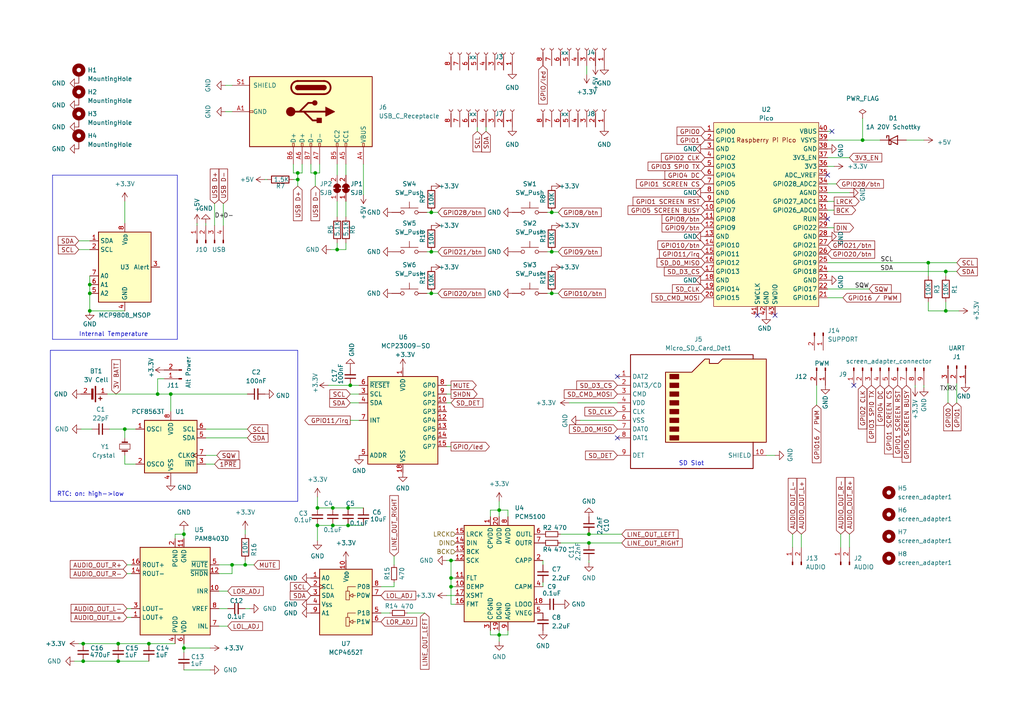
<source format=kicad_sch>
(kicad_sch (version 20231120) (generator "eeschema") (generator_version "8.0")
  (paper "A4")
  (junction (at 97.79 72.39))
  (junction (at 92.075 152.4))
  (junction (at 43.18 186.69))
  (junction (at 26.035 90.17))
  (junction (at 160.02 73.025))
  (junction (at 274.32 78.74))
  (junction (at 53.34 154.94))
  (junction (at 71.12 163.83))
  (junction (at 45.72 114.3))
  (junction (at 26.035 85.09))
  (junction (at 24.13 191.77))
  (junction (at 125.095 85.09))
  (junction (at 91.44 50.165))
  (junction (at 160.02 61.595))
  (junction (at 170.815 157.48))
  (junction (at 34.29 186.69))
  (junction (at 130.81 170.18))
  (junction (at 101.6 111.76))
  (junction (at 125.095 61.595))
  (junction (at 130.81 162.56))
  (junction (at 53.34 187.96))
  (junction (at 49.53 114.3))
  (junction (at 170.815 154.94))
  (junction (at 125.095 73.025))
  (junction (at 144.78 184.15))
  (junction (at 96.52 152.4))
  (junction (at 92.075 147.32))
  (junction (at 86.36 52.07))
  (junction (at 160.02 85.09))
  (junction (at 34.29 191.77))
  (junction (at 100.965 152.4))
  (junction (at 67.31 163.83))
  (junction (at 144.78 147.955))
  (junction (at 274.32 90.17))
  (junction (at 250.19 40.64))
  (junction (at 36.195 124.46))
  (junction (at 269.24 76.2))
  (junction (at 26.035 82.55))
  (junction (at 100.965 147.32))
  (junction (at 86.36 50.165))
  (junction (at 96.52 147.32))
  (junction (at 24.13 186.69))
  (junction (at 130.81 167.64))
  (no_connect (at 241.3 38.1))
  (no_connect (at 179.07 127))
  (no_connect (at 219.71 91.44))
  (no_connect (at 179.07 109.22))
  (no_connect (at 224.79 91.44))
  (no_connect (at 240.03 50.8))
  (no_connect (at 247.65 111.76))
  (no_connect (at 240.03 63.5))
  (wire (pts (xy 165.1 116.84) (xy 179.07 116.84)))
  (wire (pts (xy 130.81 167.64) (xy 130.81 170.18)))
  (wire (pts (xy 86.36 53.975) (xy 86.36 52.07)))
  (wire (pts (xy 92.71 50.165) (xy 92.71 47.625)))
  (wire (pts (xy 64.77 59.055) (xy 64.77 65.405)))
  (wire (pts (xy 60.96 187.96) (xy 53.34 187.96)))
  (wire (pts (xy 162.56 157.48) (xy 170.815 157.48)))
  (polyline (pts (xy 15.24 50.8) (xy 15.24 98.425)))
  (polyline (pts (xy 86.36 101.6) (xy 14.605 101.6)))
  (wire (pts (xy 170.815 162.56) (xy 170.815 163.195)))
  (wire (pts (xy 240.03 83.82) (xy 252.095 83.82)))
  (wire (pts (xy 50.8 154.94) (xy 53.34 154.94)))
  (wire (pts (xy 36.83 176.53) (xy 38.1 176.53)))
  (wire (pts (xy 144.78 184.15) (xy 144.78 182.88)))
  (wire (pts (xy 123.19 177.8) (xy 118.11 177.8)))
  (wire (pts (xy 236.855 117.475) (xy 236.855 111.76)))
  (polyline (pts (xy 14.605 145.415) (xy 86.36 145.415)))
  (wire (pts (xy 246.38 154.94) (xy 246.38 158.75)))
  (wire (pts (xy 240.03 76.2) (xy 269.24 76.2)))
  (wire (pts (xy 67.31 24.765) (xy 65.405 24.765)))
  (wire (pts (xy 232.41 154.94) (xy 232.41 158.75)))
  (wire (pts (xy 36.195 134.62) (xy 39.37 134.62)))
  (wire (pts (xy 67.31 166.37) (xy 67.31 163.83)))
  (wire (pts (xy 262.89 40.64) (xy 267.97 40.64)))
  (wire (pts (xy 59.69 132.08) (xy 62.865 132.08)))
  (wire (pts (xy 105.41 147.32) (xy 100.965 147.32)))
  (wire (pts (xy 36.195 124.46) (xy 36.195 127)))
  (wire (pts (xy 22.86 186.69) (xy 24.13 186.69)))
  (wire (pts (xy 92.075 152.4) (xy 92.075 156.845)))
  (wire (pts (xy 22.86 69.85) (xy 26.035 69.85)))
  (wire (pts (xy 53.34 187.96) (xy 53.34 186.69)))
  (wire (pts (xy 240.03 40.64) (xy 250.19 40.64)))
  (polyline (pts (xy 14.605 101.6) (xy 14.605 145.415)))
  (wire (pts (xy 161.925 73.025) (xy 160.02 73.025)))
  (wire (pts (xy 142.24 182.88) (xy 142.24 184.15)))
  (wire (pts (xy 142.24 184.15) (xy 144.78 184.15)))
  (wire (pts (xy 36.83 179.07) (xy 38.1 179.07)))
  (wire (pts (xy 67.31 32.385) (xy 65.405 32.385)))
  (wire (pts (xy 129.54 172.72) (xy 132.08 172.72)))
  (wire (pts (xy 168.275 121.92) (xy 179.07 121.92)))
  (wire (pts (xy 246.38 55.88) (xy 240.03 55.88)))
  (wire (pts (xy 26.035 80.01) (xy 26.035 82.55)))
  (wire (pts (xy 92.075 152.4) (xy 96.52 152.4)))
  (wire (pts (xy 45.72 114.3) (xy 49.53 114.3)))
  (wire (pts (xy 90.17 47.625) (xy 90.17 50.165)))
  (wire (pts (xy 274.32 90.17) (xy 274.32 87.63)))
  (wire (pts (xy 31.115 114.3) (xy 45.72 114.3)))
  (wire (pts (xy 34.29 186.69) (xy 43.18 186.69)))
  (wire (pts (xy 66.04 181.61) (xy 63.5 181.61)))
  (wire (pts (xy 240.03 78.74) (xy 274.32 78.74)))
  (wire (pts (xy 130.81 170.18) (xy 132.08 170.18)))
  (wire (pts (xy 86.36 52.07) (xy 86.36 50.165)))
  (wire (pts (xy 265.43 112.395) (xy 265.43 111.76)))
  (wire (pts (xy 53.34 154.94) (xy 53.34 156.21)))
  (wire (pts (xy 100.33 47.625) (xy 100.33 50.8)))
  (wire (pts (xy 101.6 121.92) (xy 104.14 121.92)))
  (wire (pts (xy 101.6 114.3) (xy 104.14 114.3)))
  (wire (pts (xy 130.81 116.84) (xy 129.54 116.84)))
  (wire (pts (xy 76.835 52.07) (xy 77.47 52.07)))
  (wire (pts (xy 160.02 85.09) (xy 158.75 85.09)))
  (wire (pts (xy 90.17 50.165) (xy 91.44 50.165)))
  (wire (pts (xy 224.79 132.08) (xy 222.25 132.08)))
  (wire (pts (xy 161.925 85.09) (xy 160.02 85.09)))
  (wire (pts (xy 142.24 149.86) (xy 142.24 147.955)))
  (wire (pts (xy 49.53 114.3) (xy 49.53 119.38)))
  (wire (pts (xy 144.78 186.055) (xy 144.78 184.15)))
  (wire (pts (xy 147.32 147.955) (xy 144.78 147.955)))
  (wire (pts (xy 129.54 162.56) (xy 130.81 162.56)))
  (wire (pts (xy 72.39 176.53) (xy 71.12 176.53)))
  (wire (pts (xy 36.195 132.08) (xy 36.195 134.62)))
  (wire (pts (xy 144.78 145.415) (xy 144.78 147.955)))
  (wire (pts (xy 170.815 154.94) (xy 180.34 154.94)))
  (wire (pts (xy 97.79 47.625) (xy 97.79 50.8)))
  (wire (pts (xy 157.48 162.56) (xy 157.48 163.83)))
  (wire (pts (xy 91.44 53.975) (xy 91.44 50.165)))
  (wire (pts (xy 63.5 166.37) (xy 67.31 166.37)))
  (wire (pts (xy 45.72 109.855) (xy 45.72 114.3)))
  (wire (pts (xy 24.13 191.77) (xy 34.29 191.77)))
  (wire (pts (xy 86.36 50.165) (xy 87.63 50.165)))
  (wire (pts (xy 138.43 38.1) (xy 138.43 36.83)))
  (wire (pts (xy 147.32 184.15) (xy 144.78 184.15)))
  (wire (pts (xy 66.04 176.53) (xy 63.5 176.53)))
  (wire (pts (xy 123.825 85.09) (xy 125.095 85.09)))
  (wire (pts (xy 101.6 116.84) (xy 104.14 116.84)))
  (wire (pts (xy 160.02 61.595) (xy 158.75 61.595)))
  (wire (pts (xy 140.97 38.1) (xy 140.97 36.83)))
  (wire (pts (xy 34.29 191.77) (xy 43.18 191.77)))
  (wire (pts (xy 43.18 186.69) (xy 50.8 186.69)))
  (wire (pts (xy 269.24 80.01) (xy 269.24 76.2)))
  (wire (pts (xy 123.825 73.025) (xy 125.095 73.025)))
  (wire (pts (xy 246.38 45.72) (xy 240.03 45.72)))
  (wire (pts (xy 130.81 162.56) (xy 132.08 162.56)))
  (wire (pts (xy 91.44 50.165) (xy 92.71 50.165)))
  (wire (pts (xy 241.935 48.26) (xy 240.03 48.26)))
  (wire (pts (xy 130.81 175.26) (xy 132.08 175.26)))
  (wire (pts (xy 240.03 38.1) (xy 241.3 38.1)))
  (wire (pts (xy 100.33 58.42) (xy 100.33 62.865)))
  (wire (pts (xy 92.075 147.32) (xy 96.52 147.32)))
  (wire (pts (xy 162.56 154.94) (xy 170.815 154.94)))
  (wire (pts (xy 53.34 189.23) (xy 53.34 187.96)))
  (wire (pts (xy 274.32 80.01) (xy 274.32 78.74)))
  (wire (pts (xy 130.81 129.54) (xy 129.54 129.54)))
  (wire (pts (xy 36.83 163.83) (xy 38.1 163.83)))
  (wire (pts (xy 50.8 156.21) (xy 50.8 154.94)))
  (wire (pts (xy 267.97 112.395) (xy 267.97 111.76)))
  (wire (pts (xy 244.475 86.36) (xy 240.03 86.36)))
  (wire (pts (xy 105.41 47.625) (xy 105.41 56.515)))
  (wire (pts (xy 26.035 90.17) (xy 36.195 90.17)))
  (wire (pts (xy 39.37 124.46) (xy 36.195 124.46)))
  (polyline (pts (xy 51.435 50.8) (xy 15.24 50.8)))
  (wire (pts (xy 62.23 65.405) (xy 62.23 59.055)))
  (wire (pts (xy 114.3 161.29) (xy 114.3 163.83)))
  (wire (pts (xy 250.19 34.29) (xy 250.19 40.64)))
  (wire (pts (xy 269.24 87.63) (xy 269.24 90.17)))
  (wire (pts (xy 277.495 78.74) (xy 274.32 78.74)))
  (wire (pts (xy 113.03 177.8) (xy 110.49 177.8)))
  (wire (pts (xy 130.81 162.56) (xy 130.81 167.64)))
  (wire (pts (xy 278.13 90.17) (xy 274.32 90.17)))
  (wire (pts (xy 277.495 116.84) (xy 277.495 111.125)))
  (wire (pts (xy 130.81 167.64) (xy 132.08 167.64)))
  (wire (pts (xy 36.83 166.37) (xy 38.1 166.37)))
  (wire (pts (xy 49.53 114.3) (xy 71.755 114.3)))
  (wire (pts (xy 170.18 21.59) (xy 170.18 19.05)))
  (wire (pts (xy 59.69 124.46) (xy 71.755 124.46)))
  (wire (pts (xy 67.31 163.83) (xy 71.12 163.83)))
  (wire (pts (xy 85.09 47.625) (xy 85.09 50.165)))
  (wire (pts (xy 144.78 147.955) (xy 144.78 149.86)))
  (wire (pts (xy 130.81 170.18) (xy 130.81 175.26)))
  (wire (pts (xy 229.87 154.94) (xy 229.87 158.75)))
  (wire (pts (xy 97.79 58.42) (xy 97.79 62.865)))
  (wire (pts (xy 130.81 114.3) (xy 129.54 114.3)))
  (wire (pts (xy 62.23 134.62) (xy 59.69 134.62)))
  (wire (pts (xy 92.075 144.145) (xy 92.075 147.32)))
  (wire (pts (xy 45.72 109.855) (xy 47.625 109.855)))
  (wire (pts (xy 100.33 70.485) (xy 100.33 72.39)))
  (wire (pts (xy 277.495 76.2) (xy 269.24 76.2)))
  (wire (pts (xy 170.815 157.48) (xy 180.34 157.48)))
  (wire (pts (xy 57.15 65.405) (xy 57.15 64.77)))
  (wire (pts (xy 96.52 152.4) (xy 100.965 152.4)))
  (wire (pts (xy 241.935 66.04) (xy 240.03 66.04)))
  (wire (pts (xy 241.935 58.42) (xy 240.03 58.42)))
  (wire (pts (xy 147.32 149.86) (xy 147.32 147.955)))
  (wire (pts (xy 87.63 50.165) (xy 87.63 47.625)))
  (polyline (pts (xy 51.435 98.425) (xy 51.435 50.8)))
  (wire (pts (xy 24.13 186.69) (xy 34.29 186.69)))
  (wire (pts (xy 100.33 72.39) (xy 97.79 72.39)))
  (wire (pts (xy 53.34 153.67) (xy 53.34 154.94)))
  (wire (pts (xy 250.19 40.64) (xy 255.27 40.64)))
  (wire (pts (xy 274.32 90.17) (xy 269.24 90.17)))
  (wire (pts (xy 71.12 163.83) (xy 73.66 163.83)))
  (wire (pts (xy 26.035 85.09) (xy 26.035 90.17)))
  (wire (pts (xy 71.12 162.56) (xy 71.12 163.83)))
  (wire (pts (xy 66.04 171.45) (xy 63.5 171.45)))
  (wire (pts (xy 125.095 61.595) (xy 127 61.595)))
  (wire (pts (xy 22.86 72.39) (xy 26.035 72.39)))
  (polyline (pts (xy 86.36 145.415) (xy 86.36 101.6)))
  (wire (pts (xy 114.3 170.18) (xy 110.49 170.18)))
  (wire (pts (xy 114.3 168.91) (xy 114.3 170.18)))
  (wire (pts (xy 71.12 153.67) (xy 71.12 154.94)))
  (wire (pts (xy 125.095 85.09) (xy 127 85.09)))
  (wire (pts (xy 142.24 147.955) (xy 144.78 147.955)))
  (wire (pts (xy 97.79 70.485) (xy 97.79 72.39)))
  (wire (pts (xy 157.48 168.91) (xy 157.48 170.18)))
  (wire (pts (xy 95.25 111.76) (xy 101.6 111.76)))
  (wire (pts (xy 160.02 73.025) (xy 158.75 73.025)))
  (wire (pts (xy 60.96 194.31) (xy 53.34 194.31)))
  (wire (pts (xy 101.6 111.76) (xy 104.14 111.76)))
  (wire (pts (xy 31.75 124.46) (xy 36.195 124.46)))
  (wire (pts (xy 26.035 82.55) (xy 26.035 85.09)))
  (wire (pts (xy 123.825 61.595) (xy 125.095 61.595)))
  (wire (pts (xy 85.09 50.165) (xy 86.36 50.165)))
  (wire (pts (xy 241.935 60.96) (xy 240.03 60.96)))
  (wire (pts (xy 63.5 163.83) (xy 67.31 163.83)))
  (wire (pts (xy 95.885 72.39) (xy 97.79 72.39)))
  (wire (pts (xy 96.52 147.32) (xy 100.965 147.32)))
  (wire (pts (xy 243.84 154.94) (xy 243.84 158.75)))
  (wire (pts (xy 21.59 191.77) (xy 24.13 191.77)))
  (wire (pts (xy 36.195 58.42) (xy 36.195 64.77)))
  (wire (pts (xy 274.955 116.84) (xy 274.955 111.125)))
  (polyline (pts (xy 15.24 98.425) (xy 51.435 98.425)))
  (wire (pts (xy 59.69 65.405) (xy 59.69 64.77)))
  (wire (pts (xy 130.81 111.76) (xy 129.54 111.76)))
  (wire (pts (xy 100.965 152.4) (xy 105.41 152.4)))
  (wire (pts (xy 147.32 182.88) (xy 147.32 184.15)))
  (wire (pts (xy 125.095 73.025) (xy 127 73.025)))
  (wire (pts (xy 59.69 127) (xy 71.755 127)))
  (wire (pts (xy 23.495 124.46) (xy 26.67 124.46)))
  (wire (pts (xy 242.57 53.34) (xy 240.03 53.34)))
  (wire (pts (xy 161.925 61.595) (xy 160.02 61.595)))
  (wire (pts (xy 85.09 52.07) (xy 86.36 52.07)))
  (text "SD Slot" (at 196.85 135.255 0) (effects (font (size 1.27 1.27)) (justify left bottom)))
  (text "Internal Temperature" (at 22.86 97.79 0) (effects (font (size 1.27 1.27)) (justify left bottom)))
  (text "RTC: on: high->low" (at 16.51 144.145 0) (effects (font (size 1.27 1.27)) (justify left bottom)))
  (label "SQW" (at 252.095 83.82 180))
  (label "D-" (at 64.77 63.5 0))
  (label "D+" (at 62.23 63.5 0))
  (label "RX" (at 277.495 113.665 180))
  (label "SCL" (at 259.08 76.2 180))
  (label "SDA" (at 259.08 78.74 180))
  (label "TX" (at 274.955 113.665 180))
  (global_label "GPIO3 SPI0 TX" (shape input) (at 252.73 111.76 270) (property "Intersheetrefs" "${INTERSHEET_REFS}" (effects (hide yes))))
  (global_label "GPIO1 SCREEN RST" (shape input) (at 204.47 58.42 180) (property "Intersheetrefs" "${INTERSHEET_REFS}" (effects (hide yes))))
  (global_label "SD_DET" (shape input) (at 130.81 116.84 0) (property "Intersheetrefs" "${INTERSHEET_REFS}" (effects (hide yes))))
  (global_label "GPIO{slash}led" (shape output) (at 130.81 129.54 0) (property "Intersheetrefs" "${INTERSHEET_REFS}" (effects (hide yes))))
  (global_label "GPIO1 SCREEN RST" (shape input) (at 260.35 111.76 270) (property "Intersheetrefs" "${INTERSHEET_REFS}" (effects (hide yes))))
  (global_label "LINE_OUT_RIGHT" (shape input) (at 180.34 157.48 0) (property "Intersheetrefs" "${INTERSHEET_REFS}" (effects (hide yes))))
  (global_label "GPIO2 CLK" (shape input) (at 250.19 111.76 270) (property "Intersheetrefs" "${INTERSHEET_REFS}" (effects (hide yes))))
  (global_label "1~{PRE}" (shape input) (at 62.23 134.62 0) (property "Intersheetrefs" "${INTERSHEET_REFS}" (effects (hide yes))))
  (global_label "AUDIO_OUT_L-" (shape input) (at 36.83 176.53 180) (property "Intersheetrefs" "${INTERSHEET_REFS}" (effects (hide yes))))
  (global_label "SDA" (shape input) (at 90.17 172.72 180) (property "Intersheetrefs" "${INTERSHEET_REFS}" (effects (hide yes))))
  (global_label "SCL" (shape input) (at 277.495 76.2 0) (property "Intersheetrefs" "${INTERSHEET_REFS}" (effects (hide yes))))
  (global_label "SD_D3_CS" (shape input) (at 179.07 111.76 180) (property "Intersheetrefs" "${INTERSHEET_REFS}" (effects (hide yes))))
  (global_label "SD_DET" (shape input) (at 179.07 132.08 180) (property "Intersheetrefs" "${INTERSHEET_REFS}" (effects (hide yes))))
  (global_label "GPIO{slash}led" (shape input) (at 157.48 19.05 270) (property "Intersheetrefs" "${INTERSHEET_REFS}" (effects (hide yes))))
  (global_label "GPIO4 DC" (shape input) (at 204.47 50.8 180) (property "Intersheetrefs" "${INTERSHEET_REFS}" (effects (hide yes))))
  (global_label "GPIO0" (shape input) (at 204.47 38.1 180) (property "Intersheetrefs" "${INTERSHEET_REFS}" (effects (hide yes))))
  (global_label "LRCK" (shape output) (at 241.935 58.42 0) (property "Intersheetrefs" "${INTERSHEET_REFS}" (effects (hide yes))))
  (global_label "GPIO1" (shape input) (at 204.47 40.64 180) (property "Intersheetrefs" "${INTERSHEET_REFS}" (effects (hide yes))))
  (global_label "3V BATT" (shape input) (at 33.655 114.3 90) (property "Intersheetrefs" "${INTERSHEET_REFS}" (effects (hide yes))))
  (global_label "USB D+" (shape input) (at 62.23 59.055 90) (property "Intersheetrefs" "${INTERSHEET_REFS}" (effects (hide yes))))
  (global_label "GPIO20{slash}btn" (shape input) (at 240.03 73.66 0) (property "Intersheetrefs" "${INTERSHEET_REFS}" (effects (hide yes))))
  (global_label "SDA" (shape input) (at 22.86 69.85 180) (property "Intersheetrefs" "${INTERSHEET_REFS}" (effects (hide yes))))
  (global_label "LINE_OUT_LEFT" (shape input) (at 180.34 154.94 0) (property "Intersheetrefs" "${INTERSHEET_REFS}" (effects (hide yes))))
  (global_label "GPIO1 SCREEN CS" (shape input) (at 257.81 111.76 270) (property "Intersheetrefs" "${INTERSHEET_REFS}" (effects (hide yes))))
  (global_label "AUDIO_OUT_R-" (shape input) (at 36.83 166.37 180) (property "Intersheetrefs" "${INTERSHEET_REFS}" (effects (hide yes))))
  (global_label "GPIO4 DC" (shape input) (at 255.27 111.76 270) (property "Intersheetrefs" "${INTERSHEET_REFS}" (effects (hide yes))))
  (global_label "GPIO28{slash}btn" (shape input) (at 242.57 53.34 0) (property "Intersheetrefs" "${INTERSHEET_REFS}" (effects (hide yes))))
  (global_label "3V3_EN" (shape input) (at 246.38 45.72 0) (property "Intersheetrefs" "${INTERSHEET_REFS}" (effects (hide yes))))
  (global_label "GPIO10{slash}btn" (shape input) (at 161.925 85.09 0) (property "Intersheetrefs" "${INTERSHEET_REFS}" (effects (hide yes))))
  (global_label "SD_CLK" (shape input) (at 204.47 83.82 180) (property "Intersheetrefs" "${INTERSHEET_REFS}" (effects (hide yes))))
  (global_label "GPIO1 SCREEN CS" (shape input) (at 204.47 53.34 180) (property "Intersheetrefs" "${INTERSHEET_REFS}" (effects (hide yes))))
  (global_label "SCL" (shape input) (at 22.86 72.39 180) (property "Intersheetrefs" "${INTERSHEET_REFS}" (effects (hide yes))))
  (global_label "USB D+" (shape input) (at 86.36 53.975 270) (property "Intersheetrefs" "${INTERSHEET_REFS}" (effects (hide yes))))
  (global_label "USB D-" (shape input) (at 64.77 59.055 90) (property "Intersheetrefs" "${INTERSHEET_REFS}" (effects (hide yes))))
  (global_label "SD_D3_CS" (shape input) (at 204.47 78.74 180) (property "Intersheetrefs" "${INTERSHEET_REFS}" (effects (hide yes))))
  (global_label "SD_D0_MISO" (shape input) (at 179.07 124.46 180) (property "Intersheetrefs" "${INTERSHEET_REFS}" (effects (hide yes))))
  (global_label "SDA" (shape input) (at 140.97 38.1 270) (property "Intersheetrefs" "${INTERSHEET_REFS}" (effects (hide yes))))
  (global_label "AUDIO_OUT_R-" (shape input) (at 243.84 154.94 90) (property "Intersheetrefs" "${INTERSHEET_REFS}" (effects (hide yes))))
  (global_label "SD_CLK" (shape input) (at 179.07 119.38 180) (property "Intersheetrefs" "${INTERSHEET_REFS}" (effects (hide yes))))
  (global_label "SCL" (shape input) (at 71.755 124.46 0) (property "Intersheetrefs" "${INTERSHEET_REFS}" (effects (hide yes))))
  (global_label "MUTE" (shape input) (at 73.66 163.83 0) (property "Intersheetrefs" "${INTERSHEET_REFS}" (effects (hide yes))))
  (global_label "LINE_OUT_LEFT" (shape input) (at 123.19 177.8 270) (property "Intersheetrefs" "${INTERSHEET_REFS}" (effects (hide yes))))
  (global_label "SQW" (shape input) (at 62.865 132.08 0) (property "Intersheetrefs" "${INTERSHEET_REFS}" (effects (hide yes))))
  (global_label "GPIO8{slash}btn" (shape input) (at 161.925 61.595 0) (property "Intersheetrefs" "${INTERSHEET_REFS}" (effects (hide yes))))
  (global_label "SQW" (shape input) (at 252.095 83.82 0) (property "Intersheetrefs" "${INTERSHEET_REFS}" (effects (hide yes))))
  (global_label "GPIO9{slash}btn" (shape input) (at 204.47 66.04 180) (property "Intersheetrefs" "${INTERSHEET_REFS}" (effects (hide yes))))
  (global_label "GPIO1" (shape input) (at 277.495 116.84 270) (property "Intersheetrefs" "${INTERSHEET_REFS}" (effects (hide yes))))
  (global_label "LOR_ADJ" (shape input) (at 110.49 180.34 0) (property "Intersheetrefs" "${INTERSHEET_REFS}" (effects (hide yes))))
  (global_label "GPIO11{slash}irq" (shape output) (at 101.6 121.92 180) (property "Intersheetrefs" "${INTERSHEET_REFS}" (effects (hide yes))))
  (global_label "BCK" (shape output) (at 241.935 60.96 0) (property "Intersheetrefs" "${INTERSHEET_REFS}" (effects (hide yes))))
  (global_label "LINE_OUT_RIGHT" (shape input) (at 114.3 161.29 90) (property "Intersheetrefs" "${INTERSHEET_REFS}" (effects (hide yes))))
  (global_label "LOL_ADJ" (shape input) (at 66.04 181.61 0) (property "Intersheetrefs" "${INTERSHEET_REFS}" (effects (hide yes))))
  (global_label "AUDIO_OUT_L-" (shape input) (at 229.87 154.94 90) (property "Intersheetrefs" "${INTERSHEET_REFS}" (effects (hide yes))))
  (global_label "DIN" (shape output) (at 241.935 66.04 0) (property "Intersheetrefs" "${INTERSHEET_REFS}" (effects (hide yes))))
  (global_label "GPIO9{slash}btn" (shape input) (at 161.925 73.025 0) (property "Intersheetrefs" "${INTERSHEET_REFS}" (effects (hide yes))))
  (global_label "GPIO28{slash}btn" (shape input) (at 127 61.595 0) (property "Intersheetrefs" "${INTERSHEET_REFS}" (effects (hide yes))))
  (global_label "SDA" (shape input) (at 71.755 127 0) (property "Intersheetrefs" "${INTERSHEET_REFS}" (effects (hide yes))))
  (global_label "GPIO3 SPI0 TX" (shape input) (at 204.47 48.26 180) (property "Intersheetrefs" "${INTERSHEET_REFS}" (effects (hide yes))))
  (global_label "GPIO5 SCREEN BUSY" (shape input) (at 262.89 111.76 270) (property "Intersheetrefs" "${INTERSHEET_REFS}" (effects (hide yes))))
  (global_label "GPIO8{slash}btn" (shape input) (at 204.47 63.5 180) (property "Intersheetrefs" "${INTERSHEET_REFS}" (effects (hide yes))))
  (global_label "AUDIO_OUT_R+" (shape input) (at 36.83 163.83 180) (property "Intersheetrefs" "${INTERSHEET_REFS}" (effects (hide yes))))
  (global_label "LOL_ADJ" (shape input) (at 110.49 172.72 0) (property "Intersheetrefs" "${INTERSHEET_REFS}" (effects (hide yes))))
  (global_label "GPIO2 CLK" (shape input) (at 204.47 45.72 180) (property "Intersheetrefs" "${INTERSHEET_REFS}" (effects (hide yes))))
  (global_label "GPIO21{slash}btn" (shape input) (at 240.03 71.12 0) (property "Intersheetrefs" "${INTERSHEET_REFS}" (effects (hide yes))))
  (global_label "AUDIO_OUT_R+" (shape input) (at 246.38 154.94 90) (property "Intersheetrefs" "${INTERSHEET_REFS}" (effects (hide yes))))
  (global_label "GPIO5 SCREEN BUSY" (shape input) (at 204.47 60.96 180) (property "Intersheetrefs" "${INTERSHEET_REFS}" (effects (hide yes))))
  (global_label "SCL" (shape input) (at 90.17 170.18 180) (property "Intersheetrefs" "${INTERSHEET_REFS}" (effects (hide yes))))
  (global_label "SD_CMD_MOSI" (shape input) (at 179.07 114.3 180) (property "Intersheetrefs" "${INTERSHEET_REFS}" (effects (hide yes))))
  (global_label "MUTE" (shape output) (at 130.81 111.76 0) (property "Intersheetrefs" "${INTERSHEET_REFS}" (effects (hide yes))))
  (global_label "GPIO0" (shape input) (at 274.955 116.84 270) (property "Intersheetrefs" "${INTERSHEET_REFS}" (effects (hide yes))))
  (global_label "LOR_ADJ" (shape input) (at 66.04 171.45 0) (property "Intersheetrefs" "${INTERSHEET_REFS}" (effects (hide yes))))
  (global_label "GPIO11{slash}irq" (shape input) (at 204.47 73.66 180) (property "Intersheetrefs" "${INTERSHEET_REFS}" (effects (hide yes))))
  (global_label "SDA" (shape input) (at 101.6 116.84 180) (property "Intersheetrefs" "${INTERSHEET_REFS}" (effects (hide yes))))
  (global_label "SCL" (shape input) (at 101.6 114.3 180) (property "Intersheetrefs" "${INTERSHEET_REFS}" (effects (hide yes))))
  (global_label "USB D-" (shape input) (at 91.44 53.975 270) (property "Intersheetrefs" "${INTERSHEET_REFS}" (effects (hide yes))))
  (global_label "SD_CMD_MOSI" (shape input) (at 204.47 86.36 180) (property "Intersheetrefs" "${INTERSHEET_REFS}" (effects (hide yes))))
  (global_label "SD_D0_MISO" (shape input) (at 204.47 76.2 180) (property "Intersheetrefs" "${INTERSHEET_REFS}" (effects (hide yes))))
  (global_label "GPIO21{slash}btn" (shape input) (at 127 73.025 0) (property "Intersheetrefs" "${INTERSHEET_REFS}" (effects (hide yes))))
  (global_label "GPIO16 {slash} PWM" (shape input) (at 236.855 117.475 270) (property "Intersheetrefs" "${INTERSHEET_REFS}" (effects (hide yes))))
  (global_label "GPIO16 {slash} PWM" (shape input) (at 244.475 86.36 0) (property "Intersheetrefs" "${INTERSHEET_REFS}" (effects (hide yes))))
  (global_label "GPIO20{slash}btn" (shape input) (at 127 85.09 0) (property "Intersheetrefs" "${INTERSHEET_REFS}" (effects (hide yes))))
  (global_label "SHDN" (shape output) (at 130.81 114.3 0) (property "Intersheetrefs" "${INTERSHEET_REFS}" (effects (hide yes))))
  (global_label "AUDIO_OUT_L+" (shape input) (at 232.41 154.94 90) (property "Intersheetrefs" "${INTERSHEET_REFS}" (effects (hide yes))))
  (global_label "GPIO10{slash}btn" (shape input) (at 204.47 71.12 180) (property "Intersheetrefs" "${INTERSHEET_REFS}" (effects (hide yes))))
  (global_label "AUDIO_OUT_L+" (shape input) (at 36.83 179.07 180) (property "Intersheetrefs" "${INTERSHEET_REFS}" (effects (hide yes))))
  (global_label "SDA" (shape input) (at 277.495 78.74 0) (property "Intersheetrefs" "${INTERSHEET_REFS}" (effects (hide yes))))
  (global_label "SCL" (shape input) (at 138.43 38.1 270) (property "Intersheetrefs" "${INTERSHEET_REFS}" (effects (hide yes))))
  (hierarchical_label "LRCK" (shape input) (at 132.08 154.94 180))
  (hierarchical_label "DIN" (shape input) (at 132.08 157.48 180))
  (hierarchical_label "BCK" (shape input) (at 132.08 160.02 180))
  (symbol (lib_id "Device:Battery_Cell") (at 26.035 114.3 270) (unit 1)
    (property "Reference" "BT1" (at 27.8765 107.6325 90))
    (property "Value" "3V Cell" (at 27.8765 110.1725 90))
    (property "Footprint" "cell:MPD_BC501SM-TR" (effects (hide yes)))
  )
  (symbol (lib_id "Device:R") (at 160.02 57.785 0) (unit 1)
    (property "Reference" "R8" (at 157.48 59.055 90) (effects (justify left)))
    (property "Value" "10K" (at 160.02 59.69 90) (effects (justify left)))
    (property "Footprint" "Resistor_SMD:R_0603_1608Metric" (effects (hide yes)))
    (property "LCSC" "C25744" (effects (hide yes)))
  )
  (symbol (lib_id "power:+3.3V") (at 116.84 106.68 0) (unit 1)
    (property "Reference" "#PWR076" (effects (hide yes)))
    (property "Value" "+3.3V" (at 117.475 102.87 0))
  )
  (symbol (lib_id "Device:C_Small") (at 53.34 191.77 0) (unit 1)
    (property "Reference" "C13" (at 55.372 190.5 0) (effects (justify left)))
    (property "Value" "1uF" (at 55.245 192.4939 0) (effects (justify left)))
    (property "Footprint" "Capacitor_SMD:C_0603_1608Metric" (effects (hide yes)))
  )
  (symbol (lib_id "power:GND") (at 76.835 114.3 90) (unit 1)
    (property "Reference" "#PWR05" (effects (hide yes)))
    (property "Value" "GND" (at 80.01 114.7338 90) (effects (justify right)))
  )
  (symbol (lib_id "power:GND") (at 60.96 194.31 90) (unit 1)
    (property "Reference" "#PWR073" (effects (hide yes)))
    (property "Value" "GND" (at 64.77 194.3099 90) (effects (justify right)))
  )
  (symbol (lib_id "power:GND") (at 144.78 186.055 0) (unit 1)
    (property "Reference" "#PWR037" (effects (hide yes)))
    (property "Value" "GND" (at 144.78 190.5 0))
  )
  (symbol (lib_id "Connector:Conn_01x08_Socket") (at 167.64 31.75 270) (mirror x) (unit 1)
    (property "Reference" "J8" (at 171.45 33.02 90))
    (property "Value" "xx" (at 163.83 33.02 90))
    (property "Footprint" "Connector_PinSocket_2.54mm:PinSocket_1x08_P2.54mm_Vertical" (effects (hide yes)))
  )
  (symbol (lib_id "power:+3.3V") (at 92.075 144.145 0) (unit 1)
    (property "Reference" "#PWR054" (effects (hide yes)))
    (property "Value" "+3.3V" (at 92.075 139.065 0))
  )
  (symbol (lib_id "power:+3.3V") (at 265.43 112.395 180) (unit 1)
    (property "Reference" "#PWR01" (effects (hide yes)))
    (property "Value" "+3.3V" (at 265.43 118.745 90))
  )
  (symbol (lib_id "Device:C_Small") (at 34.29 189.23 0) (unit 1)
    (property "Reference" "C15" (at 36.322 187.96 0) (effects (justify left)))
    (property "Value" "1uF" (at 36.195 189.9539 0) (effects (justify left)))
    (property "Footprint" "Capacitor_SMD:C_0603_1608Metric" (effects (hide yes)))
  )
  (symbol (lib_id "power:GND") (at 204.47 68.58 270) (unit 1)
    (property "Reference" "#PWR08" (effects (hide yes)))
    (property "Value" "GND" (at 198.12 68.58 90) (effects (justify left)))
  )
  (symbol (lib_id "power:GND") (at 22.86 36.83 270) (unit 1)
    (property "Reference" "#PWR066" (effects (hide yes)))
    (property "Value" "GND" (at 19.05 36.83 90) (effects (justify right)))
  )
  (symbol (lib_id "power:+3.3V") (at 47.625 107.315 90) (unit 1)
    (property "Reference" "#PWR03" (effects (hide yes)))
    (property "Value" "+3.3V" (at 43.815 106.68 0))
  )
  (symbol (lib_id "power:+3.3V") (at 170.18 21.59 180) (unit 1)
    (property "Reference" "#PWR048" (effects (hide yes)))
    (property "Value" "+3.3V" (at 170.18 26.67 0))
  )
  (symbol (lib_id "power:+3.3V") (at 160.02 77.47 270) (unit 1)
    (property "Reference" "#PWR063" (effects (hide yes)))
    (property "Value" "+3.3V" (at 165.1 77.47 90))
  )
  (symbol (lib_id "Mechanical:MountingHole") (at 257.81 155.575 0) (unit 1)
    (property "Reference" "H7" (at 260.35 154.305 0) (effects (justify left)))
    (property "Value" "screen_adapter1" (at 260.35 156.845 0) (effects (justify left)))
    (property "Footprint" "MountingHole:MountingHole_3mm" (effects (hide yes)))
  )
  (symbol (lib_id "Device:C_Small") (at 170.815 160.02 180) (unit 1)
    (property "Reference" "C11" (at 165.735 160.02 90))
    (property "Value" "2.2nF" (at 167.64 160.02 90))
    (property "Footprint" "Capacitor_SMD:C_0603_1608Metric" (effects (hide yes)))
  )
  (symbol (lib_id "Connector:Conn_01x02_Pin") (at 238.76 96.52 270) (unit 1)
    (property "Reference" "J14" (at 240.03 95.8849 90) (effects (justify left)))
    (property "Value" "SUPPORT" (at 240.03 98.4249 90) (effects (justify left)))
    (property "Footprint" "Connector_PinHeader_2.54mm:PinHeader_1x02_P2.54mm_Vertical" (effects (hide yes)))
    (property "Description" "Generic connector, single row, 01x02, script generated" (effects (hide yes)))
  )
  (symbol (lib_id "power:+5V") (at 57.15 64.77 0) (unit 1)
    (property "Reference" "#PWR056" (effects (hide yes)))
    (property "Value" "+5V" (at 57.15 61.595 90) (effects (justify left)))
  )
  (symbol (lib_id "power:+5V") (at 267.97 40.64 270) (unit 1)
    (property "Reference" "#PWR017" (effects (hide yes)))
    (property "Value" "+5V" (at 271.78 41.275 90) (effects (justify left)))
  )
  (symbol (lib_id "Connector:Micro_SD_Card_Det1") (at 201.93 119.38 0) (unit 1)
    (property "Reference" "J5" (at 202.565 98.425 0))
    (property "Value" "Micro_SD_Card_Det1" (at 202.565 100.965 0))
    (property "Footprint" "Connector_Card:microSD_HC_Hirose_DM3AT-SF-PEJM5" (effects (hide yes)))
    (property "Datasheet" "https://datasheet.lcsc.com/lcsc/2110151630_XKB-Connectivity-XKTF-015-N_C381082.pdf" (effects (hide yes)))
  )
  (symbol (lib_id "power:+3.3V") (at 160.02 65.405 270) (unit 1)
    (property "Reference" "#PWR064" (effects (hide yes)))
    (property "Value" "+3.3V" (at 165.1 65.405 90))
  )
  (symbol (lib_id "Device:C_Small") (at 170.815 152.4 0) (unit 1)
    (property "Reference" "C10" (at 175.895 152.4 90))
    (property "Value" "2.2nF" (at 173.99 152.4 90))
    (property "Footprint" "Capacitor_SMD:C_0603_1608Metric" (effects (hide yes)))
  )
  (symbol (lib_id "power:GND") (at 239.395 111.76 0) (unit 1)
    (property "Reference" "#PWR072" (effects (hide yes)))
    (property "Value" "GND" (at 239.395 118.745 90) (effects (justify left)))
  )
  (symbol (lib_id "Device:C_Small") (at 92.075 149.86 180) (unit 1)
    (property "Reference" "C3" (at 87.9475 148.9075 0))
    (property "Value" "0.1uF" (at 87.9475 150.8125 0))
    (property "Footprint" "Capacitor_SMD:C_0603_1608Metric" (effects (hide yes)))
  )
  (symbol (lib_id "power:GND") (at 204.47 43.18 270) (unit 1)
    (property "Reference" "#PWR06" (effects (hide yes)))
    (property "Value" "GND" (at 198.12 43.18 90) (effects (justify left)))
  )
  (symbol (lib_id "Device:C_Small") (at 24.13 189.23 0) (unit 1)
    (property "Reference" "C16" (at 26.162 187.96 0) (effects (justify left)))
    (property "Value" "470uF" (at 26.035 189.9539 0) (effects (justify left)))
    (property "Footprint" "Capacitor_SMD:C_0603_1608Metric" (effects (hide yes)))
  )
  (symbol (lib_id "power:GND") (at 148.59 73.025 270) (unit 1)
    (property "Reference" "#PWR051" (effects (hide yes)))
    (property "Value" "GND" (at 145.415 73.025 90) (effects (justify right)))
  )
  (symbol (lib_id "Device:R") (at 71.12 158.75 180) (unit 1)
    (property "Reference" "R16" (at 73.66 157.48 90) (effects (justify left)))
    (property "Value" "10K" (at 71.12 156.845 90) (effects (justify left)))
    (property "Footprint" "Resistor_SMD:R_0603_1608Metric" (effects (hide yes)))
    (property "LCSC" "C25744" (effects (hide yes)))
  )
  (symbol (lib_id "power:+3.3V") (at 60.96 187.96 270) (unit 1)
    (property "Reference" "#PWR039" (effects (hide yes)))
    (property "Value" "+3.3V" (at 64.77 187.9599 90) (effects (justify left)))
  )
  (symbol (lib_id "power:GND") (at 104.14 132.08 0) (unit 1)
    (property "Reference" "#PWR075" (effects (hide yes)))
    (property "Value" "GND" (at 104.14 136.5234 0))
  )
  (symbol (lib_id "power:GND") (at 49.53 139.7 0) (unit 1)
    (property "Reference" "#PWR04" (effects (hide yes)))
    (property "Value" "GND" (at 51.435 141.4038 0) (effects (justify left)))
  )
  (symbol (lib_id "Sensor_Temperature:MCP9808_MSOP") (at 36.195 77.47 0) (unit 1)
    (property "Reference" "U3" (at 36.195 77.47 0))
    (property "Value" "MCP9808_MSOP" (at 36.195 91.44 0))
    (property "Footprint" "Package_SO:MSOP-8_3x3mm_P0.65mm" (effects (hide yes)))
    (property "Datasheet" "http://ww1.microchip.com/downloads/en/DeviceDoc/22203b.pdf" (effects (hide yes)))
    (property "LCSC" "C129490" (effects (hide yes)))
  )
  (symbol (lib_id "Device:C_Small") (at 101.6 109.22 180) (unit 1)
    (property "Reference" "C17" (at 97.028 108.966 90))
    (property "Value" "100nF" (at 98.806 108.458 90))
    (property "Footprint" "Capacitor_SMD:C_0603_1608Metric" (effects (hide yes)))
    (property "LCSC" "C1525" (effects (hide yes)))
  )
  (symbol (lib_id "Device:C_Small") (at 160.02 175.26 90) (unit 1)
    (property "Reference" "C9" (at 160.02 170.18 90))
    (property "Value" "0.1uF" (at 160.02 172.085 90))
    (property "Footprint" "Capacitor_SMD:C_0603_1608Metric" (effects (hide yes)))
  )
  (symbol (lib_id "Device:R_Small") (at 114.3 166.37 0) (unit 1)
    (property "Reference" "R15" (at 112.268 166.37 90))
    (property "Value" "470" (at 116.586 166.37 90))
    (property "Footprint" "Resistor_SMD:R_0603_1608Metric" (effects (hide yes)))
  )
  (symbol (lib_id "power:GND") (at 92.075 156.845 0) (unit 1)
    (property "Reference" "#PWR029" (effects (hide yes)))
    (property "Value" "GND" (at 92.075 161.29 0))
  )
  (symbol (lib_id "power:GND") (at 148.59 61.595 270) (unit 1)
    (property "Reference" "#PWR050" (effects (hide yes)))
    (property "Value" "GND" (at 145.415 61.595 90) (effects (justify right)))
  )
  (symbol (lib_id "power:GND") (at 168.275 121.92 270) (unit 1)
    (property "Reference" "#PWR030" (effects (hide yes)))
    (property "Value" "GND" (at 163.8808 122.047 0))
  )
  (symbol (lib_id "Device:R") (at 100.33 66.675 0) (unit 1)
    (property "Reference" "R6" (at 102.235 67.945 90) (effects (justify left)))
    (property "Value" "5.1K" (at 100.33 68.58 90) (effects (justify left)))
    (property "Footprint" "Resistor_SMD:R_0603_1608Metric" (effects (hide yes)))
  )
  (symbol (lib_id "Device:R") (at 160.02 69.215 0) (unit 1)
    (property "Reference" "R13" (at 157.48 70.485 90) (effects (justify left)))
    (property "Value" "10K" (at 160.02 71.12 90) (effects (justify left)))
    (property "Footprint" "Resistor_SMD:R_0603_1608Metric" (effects (hide yes)))
    (property "LCSC" "C25744" (effects (hide yes)))
  )
  (symbol (lib_id "power:GND") (at 175.26 19.05 0) (unit 1)
    (property "Reference" "#PWR022" (effects (hide yes)))
    (property "Value" "GND" (at 175.26 24.13 0))
  )
  (symbol (lib_id "power:+3.3V") (at 125.095 65.405 270) (unit 1)
    (property "Reference" "#PWR061" (effects (hide yes)))
    (property "Value" "+3.3V" (at 130.175 65.405 90))
  )
  (symbol (lib_id "Jumper:SolderJumper_2_Bridged") (at 97.79 54.61 90) (unit 1)
    (property "Reference" "JP2" (at 92.71 53.34 90) (effects (justify right)))
    (property "Value" "SJB" (at 92.71 55.88 90) (effects (justify right)))
    (property "Footprint" "Jumper:SolderJumper-2_P1.3mm_Bridged_RoundedPad1.0x1.5mm" (effects (hide yes)))
  )
  (symbol (lib_id "Device:R") (at 160.02 81.28 0) (unit 1)
    (property "Reference" "R12" (at 157.48 82.55 90) (effects (justify left)))
    (property "Value" "10K" (at 160.02 83.185 90) (effects (justify left)))
    (property "Footprint" "Resistor_SMD:R_0603_1608Metric" (effects (hide yes)))
    (property "LCSC" "C25744" (effects (hide yes)))
  )
  (symbol (lib_id "power:GND") (at 22.86 43.18 270) (unit 1)
    (property "Reference" "#PWR065" (effects (hide yes)))
    (property "Value" "GND" (at 19.05 43.18 90) (effects (justify right)))
  )
  (symbol (lib_id "power:+3.3V") (at 241.935 48.26 270) (unit 1)
    (property "Reference" "#PWR012" (effects (hide yes)))
    (property "Value" "+3.3V" (at 245.745 48.26 90) (effects (justify left)))
  )
  (symbol (lib_id "Device:R_Small") (at 160.02 157.48 90) (unit 1)
    (property "Reference" "R4" (at 158.75 159.385 90))
    (property "Value" "470" (at 162.56 159.385 90))
    (property "Footprint" "Resistor_SMD:R_0603_1608Metric" (effects (hide yes)))
  )
  (symbol (lib_id "power:GND") (at 170.815 163.195 0) (unit 1)
    (property "Reference" "#PWR031" (effects (hide yes)))
    (property "Value" "GND" (at 170.815 167.64 0))
  )
  (symbol (lib_id "power:GND") (at 90.17 175.26 270) (unit 1)
    (property "Reference" "#PWR080" (effects (hide yes)))
    (property "Value" "GND" (at 86.36 175.2599 90) (effects (justify right)))
  )
  (symbol (lib_id "Connector:Conn_01x08_Socket") (at 140.97 31.75 270) (mirror x) (unit 1)
    (property "Reference" "J7" (at 144.78 33.02 90))
    (property "Value" "xx" (at 137.16 33.02 90))
    (property "Footprint" "Connector_PinSocket_2.54mm:PinSocket_1x08_P2.54mm_Vertical" (effects (hide yes)))
  )
  (symbol (lib_id "power:GND") (at 23.495 114.3 270) (unit 1)
    (property "Reference" "#PWR069" (effects (hide yes)))
    (property "Value" "GND" (at 19.685 114.3 90) (effects (justify right)))
  )
  (symbol (lib_id "Device:C_Small") (at 157.48 166.37 0) (unit 1)
    (property "Reference" "C7" (at 160.02 165.1063 0) (effects (justify left)))
    (property "Value" "2.2uF" (at 160.02 167.6463 0) (effects (justify left)))
    (property "Footprint" "Capacitor_SMD:C_0402_1005Metric" (effects (hide yes)))
  )
  (symbol (lib_id "Device:D_Schottky") (at 259.08 40.64 0) (unit 1)
    (property "Reference" "D1" (at 259.08 34.29 0))
    (property "Value" "1A 20V Schottky" (at 259.08 36.83 0))
    (property "Footprint" "Diode_SMD:D_SOD-123F" (effects (hide yes)))
    (property "LCSC" "C169527" (effects (hide yes)))
  )
  (symbol (lib_id "Device:C_Small") (at 157.48 180.34 0) (unit 1)
    (property "Reference" "C8" (at 160.02 179.0763 0) (effects (justify left)))
    (property "Value" "2.2uF" (at 160.02 181.6163 0) (effects (justify left)))
    (property "Footprint" "Capacitor_SMD:C_0402_1005Metric" (effects (hide yes)))
  )
  (symbol (lib_id "Device:C_Small") (at 96.52 149.86 180) (unit 1)
    (property "Reference" "C4" (at 95.25 146.05 0))
    (property "Value" "0.1uF" (at 96.52 153.67 0))
    (property "Footprint" "Capacitor_SMD:C_0603_1608Metric" (effects (hide yes)))
  )
  (symbol (lib_id "power:GND") (at 148.59 20.32 0) (unit 1)
    (property "Reference" "#PWR021" (effects (hide yes)))
    (property "Value" "GND" (at 148.59 25.4 0))
  )
  (symbol (lib_id "Switch:SW_Push") (at 153.67 61.595 0) (unit 1)
    (property "Reference" "SW1" (at 153.67 53.34 0))
    (property "Value" "SW_Push" (at 153.67 55.88 0))
    (property "Footprint" "Button_Switch_SMD:SW_SPST_PTS645" (effects (hide yes)))
  )
  (symbol (lib_id "Timer_RTC:PCF8563T") (at 49.53 129.54 0) (unit 1)
    (property "Reference" "U1" (at 50.8 119.38 0) (effects (justify left)))
    (property "Value" "PCF8563T" (at 38.1 119.38 0) (effects (justify left)))
    (property "Footprint" "Package_SO:SOIC-8_3.9x4.9mm_P1.27mm" (effects (hide yes)))
    (property "Datasheet" "https://www.nxp.com/docs/en/data-sheet/PCF8563.pdf" (effects (hide yes)))
    (property "LCSC" "C7440" (effects (hide yes)))
  )
  (symbol (lib_id "power:GND") (at 95.885 72.39 270) (unit 1)
    (property "Reference" "#PWR055" (effects (hide yes)))
    (property "Value" "GND" (at 92.71 72.39 90) (effects (justify right)))
  )
  (symbol (lib_id "power:+5V") (at 172.72 19.05 180) (unit 1)
    (property "Reference" "#PWR070" (effects (hide yes)))
    (property "Value" "+5V" (at 172.72 22.225 90) (effects (justify left)))
  )
  (symbol (lib_id "Switch:SW_Push") (at 118.745 61.595 0) (unit 1)
    (property "Reference" "SW4" (at 118.745 53.34 0))
    (property "Value" "SW_Push" (at 118.745 55.88 0))
    (property "Footprint" "Button_Switch_SMD:SW_SPST_PTS645" (effects (hide yes)))
  )
  (symbol (lib_id "power:GND") (at 113.665 61.595 270) (unit 1)
    (property "Reference" "#PWR020" (effects (hide yes)))
    (property "Value" "GND" (at 110.49 61.595 90) (effects (justify right)))
  )
  (symbol (lib_id "Mechanical:MountingHole") (at 257.81 161.925 0) (unit 1)
    (property "Reference" "H8" (at 260.35 160.655 0) (effects (justify left)))
    (property "Value" "screen_adapter1" (at 260.35 163.195 0) (effects (justify left)))
    (property "Footprint" "MountingHole:MountingHole_3mm" (effects (hide yes)))
  )
  (symbol (lib_id "power:GND") (at 280.035 111.125 0) (unit 1)
    (property "Reference" "#PWR016" (effects (hide yes)))
    (property "Value" "GND" (at 277.495 114.935 0) (effects (justify left)))
  )
  (symbol (lib_id "power:+3.3V") (at 278.13 90.17 270) (unit 1)
    (property "Reference" "#PWR035" (effects (hide yes)))
    (property "Value" "+3.3V" (at 283.21 90.17 0))
  )
  (symbol (lib_id "Connector:USB_C_Receptacle_USB2.0_14P") (at 90.17 32.385 270) (unit 1)
    (property "Reference" "J6" (at 109.855 31.115 90) (effects (justify left)))
    (property "Value" "USB_C_Receptacle" (at 109.855 33.655 90) (effects (justify left)))
    (property "Footprint" "Connector_USB:USB_C_Receptacle_GCT_USB4105-xx-A_16P_TopMnt_Horizontal" (effects (hide yes)))
    (property "Datasheet" "https://www.usb.org/sites/default/files/documents/usb_type-c.zip" (effects (hide yes)))
  )
  (symbol (lib_id "power:+3.3V") (at 36.195 58.42 0) (unit 1)
    (property "Reference" "#PWR025" (effects (hide yes)))
    (property "Value" "+3.3V" (at 36.195 53.34 0))
  )
  (symbol (lib_id "MCP23009-E_SO:MCP23009-SO") (at 116.84 121.92 0) (unit 1)
    (property "Reference" "U6" (at 115.57 97.79 0) (effects (justify left)))
    (property "Value" "MCP23009-SO" (at 110.49 100.33 0) (effects (justify left)))
    (property "Footprint" "Package_SO:SSOP-20_5.3x7.2mm_P0.65mm" (effects (hide yes)))
    (property "Datasheet" "http://ww1.microchip.com/downloads/en/DeviceDoc/MCP23008-MCP23S08-Data-Sheet-20001919F.pdf" (effects (hide yes)))
  )
  (symbol (lib_id "power:GND") (at 240.03 68.58 90) (unit 1)
    (property "Reference" "#PWR013" (effects (hide yes)))
    (property "Value" "GND" (at 243.84 71.12 0) (effects (justify left)))
  )
  (symbol (lib_id "power:+3.3V") (at 71.12 153.67 0) (unit 1)
    (property "Reference" "#PWR081" (effects (hide yes)))
    (property "Value" "+3.3V" (at 71.12 148.59 0))
  )
  (symbol (lib_id "MCP4652:MCP4652T") (at 100.33 172.72 0) (unit 1)
    (property "Reference" "U7" (at 100.33 186.69 0))
    (property "Value" "MCP4652T" (at 100.33 189.23 0))
    (property "Footprint" "Package_SO:MSOP-10_3x3mm_P0.5mm" (effects (hide yes)))
  )
  (symbol (lib_id "Device:C_Small") (at 68.58 176.53 90) (unit 1)
    (property "Reference" "C12" (at 68.58 174.244 90))
    (property "Value" "0.1uF" (at 68.58 178.816 90))
    (property "Footprint" "Capacitor_SMD:C_0603_1608Metric" (effects (hide yes)))
  )
  (symbol (lib_id "power:GND") (at 90.17 177.8 270) (unit 1)
    (property "Reference" "#PWR078" (effects (hide yes)))
    (property "Value" "GND" (at 86.36 177.7999 90) (effects (justify right)))
  )
  (symbol (lib_id "power:+5V") (at 105.41 56.515 180) (unit 1)
    (property "Reference" "#PWR019" (effects (hide yes)))
    (property "Value" "+5V" (at 105.41 59.69 90) (effects (justify left)))
  )
  (symbol (lib_id "power:GND") (at 148.59 36.83 0) (unit 1)
    (property "Reference" "#PWR047" (effects (hide yes)))
    (property "Value" "GND" (at 148.59 41.91 0))
  )
  (symbol (lib_id "power:GND") (at 26.035 90.17 0) (unit 1)
    (property "Reference" "#PWR024" (effects (hide yes)))
    (property "Value" "GND" (at 26.035 93.98 0))
  )
  (symbol (lib_id "Device:C_Small") (at 29.21 124.46 90) (unit 1)
    (property "Reference" "C1" (at 29.21 118.745 90))
    (property "Value" "22pF" (at 29.21 121.285 90))
    (property "Footprint" "Capacitor_SMD:C_0603_1608Metric" (effects (hide yes)))
    (property "LCSC" "C1555" (effects (hide yes)))
  )
  (symbol (lib_id "power:GND") (at 129.54 162.56 270) (unit 1)
    (property "Reference" "#PWR032" (effects (hide yes)))
    (property "Value" "GND" (at 125.73 162.56 90) (effects (justify right)))
  )
  (symbol (lib_id "Connector:Conn_01x03_Pin") (at 277.495 106.045 270) (unit 1)
    (property "Reference" "J1" (at 277.495 103.505 90))
    (property "Value" "UART" (at 277.495 100.965 90))
    (property "Footprint" "Connector_PinHeader_2.54mm:PinHeader_1x03_P2.54mm_Vertical" (effects (hide yes)))
  )
  (symbol (lib_id "power:GND") (at 72.39 176.53 90) (unit 1)
    (property "Reference" "#PWR071" (effects (hide yes)))
    (property "Value" "GND" (at 76.2 176.5299 90) (effects (justify right)))
  )
  (symbol (lib_id "Device:R") (at 269.24 83.82 180) (unit 1)
    (property "Reference" "R3" (at 271.78 82.55 90) (effects (justify left)))
    (property "Value" "10K" (at 269.24 81.915 90) (effects (justify left)))
    (property "Footprint" "Resistor_SMD:R_0603_1608Metric" (effects (hide yes)))
    (property "LCSC" "C25744" (effects (hide yes)))
  )
  (symbol (lib_id "power:+3.3V") (at 125.095 77.47 270) (unit 1)
    (property "Reference" "#PWR062" (effects (hide yes)))
    (property "Value" "+3.3V" (at 130.175 77.47 90))
  )
  (symbol (lib_id "power:GND") (at 53.34 153.67 180) (unit 1)
    (property "Reference" "#PWR040" (effects (hide yes)))
    (property "Value" "GND" (at 53.34 148.59 0))
  )
  (symbol (lib_id "Connector:Conn_01x04_Pin") (at 59.69 70.485 90) (unit 1)
    (property "Reference" "J10" (at 58.42 72.39 90))
    (property "Value" "USB" (at 63.5 72.39 90))
    (property "Footprint" "Connector_PinHeader_2.54mm:PinHeader_1x04_P2.54mm_Vertical" (effects (hide yes)))
  )
  (symbol (lib_id "power:GND") (at 162.56 175.26 90) (unit 1)
    (property "Reference" "#PWR041" (effects (hide yes)))
    (property "Value" "GND" (at 165.735 175.26 90) (effects (justify right)))
  )
  (symbol (lib_id "Device:C_Small") (at 105.41 149.86 0) (unit 1)
    (property "Reference" "C6" (at 107.95 148.59 0) (effects (justify left)))
    (property "Value" "10uF" (at 107.315 150.5839 0) (effects (justify left)))
    (property "Footprint" "Capacitor_SMD:C_0805_2012Metric" (effects (hide yes)))
  )
  (symbol (lib_id "power:+3.3V") (at 129.54 172.72 90) (unit 1)
    (property "Reference" "#PWR033" (effects (hide yes)))
    (property "Value" "+3.3V" (at 126.365 172.72 90) (effects (justify left)))
  )
  (symbol (lib_id "power:+5V") (at 76.835 52.07 90) (unit 1)
    (property "Reference" "#PWR058" (effects (hide yes)))
    (property "Value" "+5V" (at 73.66 52.07 90) (effects (justify left)))
  )
  (symbol (lib_id "Mechanical:MountingHole") (at 257.81 149.225 0) (unit 1)
    (property "Reference" "H6" (at 260.35 147.955 0) (effects (justify left)))
    (property "Value" "screen_adapter1" (at 260.35 150.495 0) (effects (justify left)))
    (property "Footprint" "MountingHole:MountingHole_3mm" (effects (hide yes)))
  )
  (symbol (lib_id "Device:C_Small") (at 74.295 114.3 90) (unit 1)
    (property "Reference" "C2" (at 74.295 107.95 90))
    (property "Value" "100nF" (at 74.295 110.49 90))
    (property "Footprint" "Capacitor_SMD:C_0603_1608Metric" (effects (hide yes)))
    (property "LCSC" "C1525" (effects (hide yes)))
  )
  (symbol (lib_id "power:GND") (at 175.26 36.83 0) (unit 1)
    (property "Reference" "#PWR049" (effects (hide yes)))
    (property "Value" "GND" (at 175.26 41.91 0))
  )
  (symbol (lib_id "Switch:SW_Push") (at 153.67 73.025 0) (unit 1)
    (property "Reference" "SW2" (at 153.67 64.77 0))
    (property "Value" "SW_Push" (at 153.67 67.31 0))
    (property "Footprint" "Button_Switch_SMD:SW_SPST_PTS645" (effects (hide yes)))
  )
  (symbol (lib_id "Device:R_Small") (at 115.57 177.8 90) (unit 1)
    (property "Reference" "R14" (at 113.538 175.768 90))
    (property "Value" "470" (at 118.11 175.895 90))
    (property "Footprint" "Resistor_SMD:R_0603_1608Metric" (effects (hide yes)))
  )
  (symbol (lib_id "power:GND") (at 90.17 167.64 270) (unit 1)
    (property "Reference" "#PWR043" (effects (hide yes)))
    (property "Value" "GND" (at 86.36 167.6399 90) (effects (justify right)))
  )
  (symbol (lib_id "Amplifier_Audio:PAM8403D") (at 50.8 171.45 180) (unit 1)
    (property "Reference" "U5" (at 56.3565 153.67 0) (effects (justify right)))
    (property "Value" "PAM8403D" (at 56.3565 156.21 0) (effects (justify right)))
    (property "Footprint" "Package_SO:SOP-16_3.9x9.9mm_P1.27mm" (effects (hide yes)))
    (property "Datasheet" "https://www.diodes.com/assets/Datasheets/products_inactive_data/PAM8403.pdf" (effects (hide yes)))
    (property "Description" "3W Filterless Class-D Stereo Audio Amplifier, SOP-16" (effects (hide yes)))
  )
  (symbol (lib_id "power:GND") (at 59.69 64.77 180) (unit 1)
    (property "Reference" "#PWR057" (effects (hide yes)))
    (property "Value" "GND" (at 59.69 60.437 0))
  )
  (symbol (lib_id "Device:R") (at 274.32 83.82 180) (unit 1)
    (property "Reference" "R1" (at 276.86 82.55 90) (effects (justify left)))
    (property "Value" "10K" (at 274.32 81.915 90) (effects (justify left)))
    (property "Footprint" "Resistor_SMD:R_0603_1608Metric" (effects (hide yes)))
    (property "LCSC" "C25744" (effects (hide yes)))
  )
  (symbol (lib_id "Device:R") (at 97.79 66.675 0) (unit 1)
    (property "Reference" "R5" (at 95.885 67.945 90) (effects (justify left)))
    (property "Value" "5.1K" (at 97.79 68.58 90) (effects (justify left)))
    (property "Footprint" "Resistor_SMD:R_0603_1608Metric" (effects (hide yes)))
  )
  (symbol (lib_id "power:GND") (at 204.47 55.88 270) (unit 1)
    (property "Reference" "#PWR07" (effects (hide yes)))
    (property "Value" "GND" (at 198.12 55.88 90) (effects (justify left)))
  )
  (symbol (lib_id "power:GND") (at 22.86 24.13 270) (unit 1)
    (property "Reference" "#PWR068" (effects (hide yes)))
    (property "Value" "GND" (at 19.05 24.13 90) (effects (justify right)))
  )
  (symbol (lib_id "Switch:SW_Push") (at 153.67 85.09 0) (unit 1)
    (property "Reference" "SW3" (at 153.67 76.835 0))
    (property "Value" "SW_Push" (at 153.67 79.375 0))
    (property "Footprint" "Button_Switch_SMD:SW_SPST_PTS645" (effects (hide yes)))
  )
  (symbol (lib_id "power:+3.3V") (at 165.1 116.84 90) (unit 1)
    (property "Reference" "#PWR034" (effects (hide yes)))
    (property "Value" "+3.3V" (at 161.29 116.8399 90) (effects (justify left)))
  )
  (symbol (lib_id "power:GND") (at 116.84 137.16 0) (unit 1)
    (property "Reference" "#PWR077" (effects (hide yes)))
    (property "Value" "GND" (at 116.84 141.6034 0))
  )
  (symbol (lib_id "Connector:Conn_01x02_Pin") (at 52.705 109.855 180) (unit 1)
    (property "Reference" "J11" (at 50.165 111.76 0))
    (property "Value" "Alt Power" (at 54.61 107.95 90))
    (property "Footprint" "Connector_PinHeader_2.54mm:PinHeader_1x02_P2.54mm_Vertical" (effects (hide yes)))
  )
  (symbol (lib_id "Connector:Conn_01x08_Socket") (at 167.64 13.97 270) (mirror x) (unit 1)
    (property "Reference" "J4" (at 171.45 15.24 90))
    (property "Value" "xx" (at 163.83 15.24 90))
    (property "Footprint" "Connector_PinSocket_2.54mm:PinSocket_1x08_P2.54mm_Vertical" (effects (hide yes)))
  )
  (symbol (lib_id "power:GND") (at 240.03 81.28 90) (unit 1)
    (property "Reference" "#PWR014" (effects (hide yes)))
    (property "Value" "GND" (at 243.84 83.82 0) (effects (justify left)))
  )
  (symbol (lib_id "power:+3.3V") (at 100.33 162.56 0) (unit 1)
    (property "Reference" "#PWR079" (effects (hide yes)))
    (property "Value" "+3.3V" (at 100.33 157.48 0))
  )
  (symbol (lib_id "Device:R_Small") (at 160.02 154.94 90) (unit 1)
    (property "Reference" "R2" (at 158.75 153.035 90))
    (property "Value" "470" (at 162.56 153.035 90))
    (property "Footprint" "Resistor_SMD:R_0603_1608Metric" (effects (hide yes)))
  )
  (symbol (lib_id "Device:R") (at 81.28 52.07 270) (unit 1)
    (property "Reference" "R7" (at 80.01 53.975 90) (effects (justify left)))
    (property "Value" "1.5K" (at 79.375 52.07 90) (effects (justify left)))
    (property "Footprint" "Resistor_SMD:R_0603_1608Metric" (effects (hide yes)))
  )
  (symbol (lib_id "Connector:Conn_01x02_Pin") (at 243.84 163.83 90) (unit 1)
    (property "Reference" "J2" (at 247.65 161.9249 90) (effects (justify right)))
    (property "Value" "AUDIO" (at 247.65 164.4649 90) (effects (justify right)))
    (property "Footprint" "Connector_PinHeader_2.54mm:PinHeader_1x02_P2.54mm_Vertical" (effects (hide yes)))
    (property "Description" "Generic connector, single row, 01x02, script generated" (effects (hide yes)))
  )
  (symbol (lib_id "power:PWR_FLAG") (at 250.19 34.29 0) (unit 1)
    (property "Reference" "#FLG01" (effects (hide yes)))
    (property "Value" "PWR_FLAG" (at 250.19 28.575 0))
  )
  (symbol (lib_id "power:GND") (at 65.405 32.385 270) (unit 1)
    (property "Reference" "#PWR044" (effects (hide yes)))
    (property "Value" "GND" (at 60.325 32.385 0))
  )
  (symbol (lib_id "Mechanical:MountingHole_Pad") (at 22.86 21.59 0) (unit 1)
    (property "Reference" "H1" (at 25.4 20.32 0) (effects (justify left)))
    (property "Value" "MountingHole" (at 25.4 22.86 0) (effects (justify left)))
    (property "Footprint" "MountingHole:MountingHole_3mm_Pad" (effects (hide yes)))
  )
  (symbol (lib_id "power:GND") (at 65.405 24.765 270) (unit 1)
    (property "Reference" "#PWR045" (effects (hide yes)))
    (property "Value" "GND" (at 60.325 24.765 0))
  )
  (symbol (lib_id "Audio:PCM5100") (at 144.78 165.1 0) (unit 1)
    (property "Reference" "U4" (at 149.2759 147.32 0) (effects (justify left)))
    (property "Value" "PCM5100" (at 149.2759 149.86 0) (effects (justify left)))
    (property "Footprint" "Package_SO:TSSOP-20_4.4x6.5mm_P0.65mm" (effects (hide yes)))
    (property "Datasheet" "http://www.ti.com/lit/ds/symlink/pcm5100.pdf" (effects (hide yes)))
  )
  (symbol (lib_id "Device:R") (at 125.095 81.28 0) (unit 1)
    (property "Reference" "R11" (at 122.555 82.55 90) (effects (justify left)))
    (property "Value" "10K" (at 125.095 83.185 90) (effects (justify left)))
    (property "Footprint" "Resistor_SMD:R_0603_1608Metric" (effects (hide yes)))
    (property "LCSC" "C25744" (effects (hide yes)))
  )
  (symbol (lib_id "power:GND") (at 240.03 43.18 90) (unit 1)
    (property "Reference" "#PWR011" (effects (hide yes)))
    (property "Value" "GND" (at 243.84 45.72 0) (effects (justify left)))
  )
  (symbol (lib_id "Mechanical:MountingHole_Pad") (at 22.86 40.64 0) (unit 1)
    (property "Reference" "H4" (at 25.4 39.37 0) (effects (justify left)))
    (property "Value" "MountingHole" (at 25.4 41.91 0) (effects (justify left)))
    (property "Footprint" "MountingHole:MountingHole_3mm_Pad" (effects (hide yes)))
  )
  (symbol (lib_id "power:GND") (at 157.48 182.88 0) (unit 1)
    (property "Reference" "#PWR026" (effects (hide yes)))
    (property "Value" "GND" (at 157.48 187.325 0))
  )
  (symbol (lib_id "power:GND") (at 224.79 132.08 90) (unit 1)
    (property "Reference" "#PWR036" (effects (hide yes)))
    (property "Value" "GND" (at 229.1842 131.953 0))
  )
  (symbol (lib_id "Mechanical:MountingHole_Pad") (at 22.86 27.94 0) (unit 1)
    (property "Reference" "H2" (at 25.4 26.67 0) (effects (justify left)))
    (property "Value" "MountingHole" (at 25.4 29.21 0) (effects (justify left)))
    (property "Footprint" "MountingHole:MountingHole_3mm_Pad" (effects (hide yes)))
  )
  (symbol (lib_id "power:GND") (at 113.665 85.09 270) (unit 1)
    (property "Reference" "#PWR046" (effects (hide yes)))
    (property "Value" "GND" (at 110.49 85.09 90) (effects (justify right)))
  )
  (symbol (lib_id "power:GND") (at 170.815 149.86 180) (unit 1)
    (property "Reference" "#PWR027" (effects (hide yes)))
    (property "Value" "GND" (at 170.815 145.415 0))
  )
  (symbol (lib_id "Connector:Conn_01x02_Pin") (at 229.87 163.83 90) (unit 1)
    (property "Reference" "J13" (at 233.68 161.9249 90) (effects (justify right)))
    (property "Value" "AUDIO" (at 233.68 164.4649 90) (effects (justify right)))
    (property "Footprint" "Connector_PinHeader_2.54mm:PinHeader_1x02_P2.54mm_Vertical" (effects (hide yes)))
    (property "Description" "Generic connector, single row, 01x02, script generated" (effects (hide yes)))
  )
  (symbol (lib_id "power:+3.3V") (at 22.86 186.69 90) (unit 1)
    (property "Reference" "#PWR038" (effects (hide yes)))
    (property "Value" "+3.3V" (at 19.05 186.6899 90) (effects (justify left)))
  )
  (symbol (lib_id "power:+3.3V") (at 144.78 145.415 0) (unit 1)
    (property "Reference" "#PWR028" (effects (hide yes)))
    (property "Value" "+3.3V" (at 144.78 140.335 0))
  )
  (symbol (lib_id "power:+3.3V") (at 160.02 53.975 270) (unit 1)
    (property "Reference" "#PWR059" (effects (hide yes)))
    (property "Value" "+3.3V" (at 165.1 53.975 90))
  )
  (symbol (lib_id "power:GND") (at 246.38 55.88 90) (unit 1)
    (property "Reference" "#PWR015" (effects (hide yes)))
    (property "Value" "GND" (at 250.19 58.42 0) (effects (justify left)))
  )
  (symbol (lib_id "power:GND") (at 222.25 91.44 0) (unit 1)
    (property "Reference" "#PWR010" (effects (hide yes)))
    (property "Value" "GND" (at 219.71 95.25 0) (effects (justify left)))
  )
  (symbol (lib_id "power:GND") (at 23.495 124.46 270) (unit 1)
    (property "Reference" "#PWR02" (effects (hide yes)))
    (property "Value" "GND" (at 15.875 124.46 90) (effects (justify left)))
  )
  (symbol (lib_id "power:+3.3V") (at 125.095 53.975 270) (unit 1)
    (property "Reference" "#PWR060" (effects (hide yes)))
    (property "Value" "+3.3V" (at 130.175 53.975 90))
  )
  (symbol (lib_id "power:GND") (at 101.6 106.68 180) (unit 1)
    (property "Reference" "#PWR018" (effects (hide yes)))
    (property "Value" "GND" (at 102.0338 103.505 90) (effects (justify right)))
  )
  (symbol (lib_id "Switch:SW_Push") (at 118.745 73.025 0) (unit 1)
    (property "Reference" "SW5" (at 118.745 64.77 0))
    (property "Value" "SW_Push" (at 118.745 67.31 0))
    (property "Footprint" "Button_Switch_SMD:SW_SPST_PTS645" (effects (hide yes)))
  )
  (symbol (lib_id "Connector:Conn_01x02_Pin") (at 239.395 106.68 270) (unit 1)
    (property "Reference" "J12" (at 230.505 109.22 90) (effects (justify left)))
    (property "Value" "PWM" (at 236.22 105.41 90) (effects (justify left)))
    (property "Footprint" "Connector_PinHeader_2.54mm:PinHeader_1x02_P2.54mm_Vertical" (effects (hide yes)))
  )
  (symbol (lib_id "Connector:Conn_01x08_Socket") (at 140.97 15.24 270) (mirror x) (unit 1)
    (property "Reference" "J3" (at 144.78 16.51 90))
    (property "Value" "xx" (at 137.16 16.51 90))
    (property "Footprint" "Connector_PinSocket_2.54mm:PinSocket_1x08_P2.54mm_Vertical" (effects (hide yes)))
  )
  (symbol (lib_id "Connector:Conn_01x09_Pin") (at 257.81 106.68 90) (mirror x) (unit 1)
    (property "Reference" "J9" (at 244.475 108.585 90))
    (property "Value" "screen_adapter_connector" (at 257.81 104.775 90))
    (property "Footprint" "Connector_PinHeader_2.54mm:PinHeader_1x09_P2.54mm_Vertical" (effects (hide yes)))
  )
  (symbol (lib_id "Device:R") (at 125.095 69.215 0) (unit 1)
    (property "Reference" "R10" (at 122.555 70.485 90) (effects (justify left)))
    (property "Value" "10K" (at 125.095 71.12 90) (effects (justify left)))
    (property "Footprint" "Resistor_SMD:R_0603_1608Metric" (effects (hide yes)))
    (property "LCSC" "C25744" (effects (hide yes)))
  )
  (symbol (lib_id "power:+3.3V") (at 95.25 111.76 90) (unit 1)
    (property "Reference" "#PWR042" (effects (hide yes)))
    (property "Value" "+3.3V" (at 91.44 111.125 0))
  )
  (symbol (lib_id "power:GND") (at 148.59 85.09 270) (unit 1)
    (property "Reference" "#PWR052" (effects (hide yes)))
    (property "Value" "GND" (at 145.415 85.09 90) (effects (justify right)))
  )
  (symbol (lib_id "power:GND") (at 22.86 30.48 270) (unit 1)
    (property "Reference" "#PWR067" (effects (hide yes)))
    (property "Value" "GND" (at 19.05 30.48 90) (effects (justify right)))
  )
  (symbol (lib_id "power:GND") (at 204.47 81.28 270) (unit 1)
    (property "Reference" "#PWR09" (effects (hide yes)))
    (property "Value" "GND" (at 198.12 81.28 90) (effects (justify left)))
  )
  (symbol (lib_id "power:GND") (at 21.59 191.77 270) (unit 1)
    (property "Reference" "#PWR074" (effects (hide yes)))
    (property "Value" "GND" (at 17.78 191.7699 90) (effects (justify right)))
  )
  (symbol (lib_id "Device:C_Small") (at 43.18 189.23 0) (unit 1)
    (property "Reference" "C14" (at 45.212 187.96 0) (effects (justify left)))
    (property "Value" "1uF" (at 45.085 189.9539 0) (effects (justify left)))
    (property "Footprint" "Capacitor_SMD:C_0603_1608Metric" (effects (hide yes)))
  )
  (symbol (lib_id "power:GND") (at 267.97 112.395 0) (unit 1)
    (property "Reference" "#PWR053" (effects (hide yes)))
    (property "Value" "GND" (at 267.97 117.475 90))
  )
  (symbol (lib_id "Jumper:SolderJumper_2_Bridged") (at 100.33 54.61 90) (unit 1)
    (property "Reference" "JP1" (at 101.6 53.34 90) (effects (justify right)))
    (property "Value" "SJB" (at 101.6 55.88 90) (effects (justify right)))
    (property "Footprint" "Jumper:SolderJumper-2_P1.3mm_Bridged_RoundedPad1.0x1.5mm" (effects (hide yes)))
  )
  (symbol (lib_id "Device:Crystal_Small") (at 36.195 129.54 90) (unit 1)
    (property "Reference" "Y1" (at 29.21 129.54 90) (effects (justify right)))
    (property "Value" "Crystal" (at 26.67 132.08 90) (effects (justify right)))
    (property "Footprint" "Crystal:Crystal_SMD_3215-2Pin_3.2x1.5mm" (effects (hide yes)))
    (property "LCSC" "C32346" (effects (hide yes)))
  )
  (symbol (lib_id "power:GND") (at 113.665 73.025 270) (unit 1)
    (property "Reference" "#PWR023" (effects (hide yes)))
    (property "Value" "GND" (at 110.49 73.025 90) (effects (justify right)))
  )
  (symbol (lib_id "Mechanical:MountingHole_Pad") (at 22.86 34.29 0) (unit 1)
    (property "Reference" "H3" (at 25.4 33.02 0) (effects (justify left)))
    (property "Value" "MountingHole" (at 25.4 35.56 0) (effects (justify left)))
    (property "Footprint" "MountingHole:MountingHole_3mm_Pad" (effects (hide yes)))
  )
  (symbol (lib_id "picogus_library:Pico") (at 222.25 62.23 0) (unit 1)
    (property "Reference" "U2" (at 222.25 31.75 0))
    (property "Value" "Pico" (at 222.25 34.29 0))
    (property "Footprint" "clock:RPi_Pico_SMD_TH" (effects (hide yes)))
  )
  (symbol (lib_id "Switch:SW_Push") (at 118.745 85.09 0) (unit 1)
    (property "Reference" "SW6" (at 118.745 76.835 0))
    (property "Value" "SW_Push" (at 118.745 79.375 0))
    (property "Footprint" "Button_Switch_SMD:SW_SPST_PTS645" (effects (hide yes)))
  )
  (symbol (lib_id "Mechanical:MountingHole") (at 257.81 142.875 0) (unit 1)
    (property "Reference" "H5" (at 260.35 141.605 0) (effects (justify left)))
    (property "Value" "screen_adapter1" (at 260.35 144.145 0) (effects (justify left)))
    (property "Footprint" "MountingHole:MountingHole_3mm" (effects (hide yes)))
  )
  (symbol (lib_id "Device:C_Small") (at 100.965 149.86 180) (unit 1)
    (property "Reference" "C5" (at 101.6 146.05 0))
    (property "Value" "0.1uF" (at 104.14 151.765 0))
    (property "Footprint" "Capacitor_SMD:C_0603_1608Metric" (effects (hide yes)))
  )
  (symbol (lib_id "Device:R") (at 125.095 57.785 0) (unit 1)
    (property "Reference" "R9" (at 122.555 59.055 90) (effects (justify left)))
    (property "Value" "10K" (at 125.095 59.69 90) (effects (justify left)))
    (property "Footprint" "Resistor_SMD:R_0603_1608Metric" (effects (hide yes)))
    (property "LCSC" "C25744" (effects (hide yes)))
  )
)
</source>
